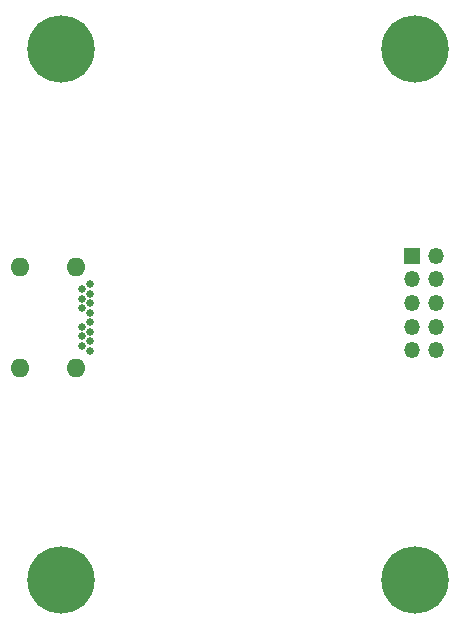
<source format=gbr>
%TF.GenerationSoftware,KiCad,Pcbnew,7.0.6-7.0.6~ubuntu22.04.1*%
%TF.CreationDate,2023-07-12T11:50:11+01:00*%
%TF.ProjectId,simple_2layer,73696d70-6c65-45f3-926c-617965722e6b,rev?*%
%TF.SameCoordinates,Original*%
%TF.FileFunction,Soldermask,Bot*%
%TF.FilePolarity,Negative*%
%FSLAX46Y46*%
G04 Gerber Fmt 4.6, Leading zero omitted, Abs format (unit mm)*
G04 Created by KiCad (PCBNEW 7.0.6-7.0.6~ubuntu22.04.1) date 2023-07-12 11:50:11*
%MOMM*%
%LPD*%
G01*
G04 APERTURE LIST*
%ADD10C,0.650000*%
%ADD11O,1.600000X1.600000*%
%ADD12C,3.600000*%
%ADD13C,5.700000*%
%ADD14R,1.350000X1.350000*%
%ADD15O,1.350000X1.350000*%
G04 APERTURE END LIST*
D10*
%TO.C,J2*%
X106760000Y-99350000D03*
X106760000Y-96950000D03*
X106760000Y-98550000D03*
X106760000Y-96150000D03*
D11*
X101580000Y-93480000D03*
D10*
X107460000Y-100550000D03*
X106760000Y-95350000D03*
X107460000Y-97350000D03*
D11*
X106310000Y-102020000D03*
X101580000Y-102020000D03*
D10*
X107460000Y-96550000D03*
X106760000Y-100150000D03*
X107460000Y-94950000D03*
X107460000Y-98950000D03*
X107460000Y-98150000D03*
X107460000Y-95750000D03*
D11*
X106310000Y-93480000D03*
D10*
X107460000Y-99750000D03*
%TD*%
D12*
%TO.C,H3*%
X105000000Y-120000000D03*
D13*
X105000000Y-120000000D03*
%TD*%
D12*
%TO.C,H2*%
X135000000Y-75000000D03*
D13*
X135000000Y-75000000D03*
%TD*%
D12*
%TO.C,H1*%
X105000000Y-75000000D03*
D13*
X105000000Y-75000000D03*
%TD*%
D12*
%TO.C,H4*%
X135000000Y-120000000D03*
D13*
X135000000Y-120000000D03*
%TD*%
D14*
%TO.C,J1*%
X134750000Y-92520000D03*
D15*
X136750000Y-92520000D03*
X134750000Y-94520000D03*
X136750000Y-94520000D03*
X134750000Y-96520000D03*
X136750000Y-96520000D03*
X134750000Y-98520000D03*
X136750000Y-98520000D03*
X134750000Y-100520000D03*
X136750000Y-100520000D03*
%TD*%
M02*

</source>
